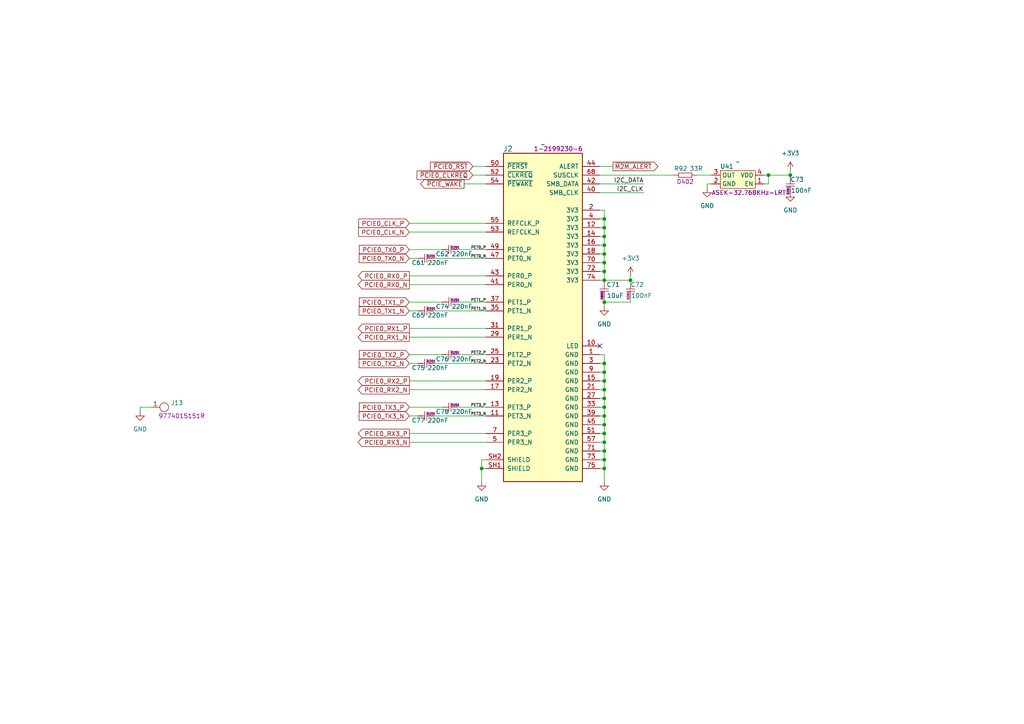
<source format=kicad_sch>
(kicad_sch (version 20230121) (generator eeschema)
  (paper "A4")
  (lib_symbols
    (symbol "antmicro_orin_baseboard:1-2199230-6" (pin_names (offset 1.016))
      (property "Reference" "J301" (at 0 72.39 0))
      (property "Value" "1-2199230-6" (at 0 68.58 0))
      (symbol "1-2199230-6_0_1"
        (rectangle (start -11.43 66.04) (end 11.43 -29.21) (stroke (width 0.254)) (fill (type background)))
        (pin passive line (at 16.51 7.62 180) (length 5.08) (name "GND") (number "1"))
        (pin passive line (at 16.51 10.16 180) (length 5.08) (name "LED") (number "10"))
        (pin passive line (at -16.51 -10.16 0) (length 5.08) (name "PET3_N") (number "11"))
        (pin passive line (at 16.51 44.45 180) (length 5.08) (name "3V3") (number "12"))
        (pin passive line (at -16.51 -7.62 0) (length 5.08) (name "PET3_P") (number "13"))
        (pin passive line (at 16.51 41.91 180) (length 5.08) (name "3V3") (number "14"))
        (pin passive line (at 16.51 0 180) (length 5.08) (name "GND") (number "15"))
        (pin passive line (at 16.51 39.37 180) (length 5.08) (name "3V3") (number "16"))
        (pin passive line (at -16.51 -2.54 0) (length 5.08) (name "PER2_N") (number "17"))
        (pin passive line (at 16.51 36.83 180) (length 5.08) (name "3V3") (number "18"))
        (pin passive line (at -16.51 0 0) (length 5.08) (name "PER2_P") (number "19"))
        (pin passive line (at 16.51 49.53 180) (length 5.08) (name "3V3") (number "2"))
        (pin no_connect line (at -11.43 50.8 0) (length 5.08) hide (name "NC") (number "20"))
        (pin passive line (at 16.51 -2.54 180) (length 5.08) (name "GND") (number "21"))
        (pin no_connect line (at -11.43 49.53 0) (length 5.08) hide (name "NC") (number "22"))
        (pin passive line (at -16.51 5.08 0) (length 5.08) (name "PET2_N") (number "23"))
        (pin no_connect line (at -11.43 52.07 0) (length 5.08) hide (name "NC") (number "24"))
        (pin passive line (at -16.51 7.62 0) (length 5.08) (name "PET2_P") (number "25"))
        (pin no_connect line (at 11.43 16.51 180) (length 5.08) hide (name "NC") (number "26"))
        (pin passive line (at 16.51 -5.08 180) (length 5.08) (name "GND") (number "27"))
        (pin no_connect line (at 11.43 17.78 180) (length 5.08) hide (name "NC") (number "28"))
        (pin passive line (at -16.51 12.7 0) (length 5.08) (name "PER1_N") (number "29"))
        (pin passive line (at 16.51 5.08 180) (length 5.08) (name "GND") (number "3"))
        (pin no_connect line (at 11.43 19.05 180) (length 5.08) hide (name "NC") (number "30"))
        (pin passive line (at -16.51 15.24 0) (length 5.08) (name "PER1_P") (number "31"))
        (pin no_connect line (at 11.43 20.32 180) (length 5.08) hide (name "NC") (number "32"))
        (pin passive line (at 16.51 -7.62 180) (length 5.08) (name "GND") (number "33"))
        (pin no_connect line (at 11.43 21.59 180) (length 5.08) hide (name "NC") (number "34"))
        (pin passive line (at -16.51 20.32 0) (length 5.08) (name "PET1_N") (number "35"))
        (pin no_connect line (at 11.43 22.86 180) (length 5.08) hide (name "NC") (number "36"))
        (pin passive line (at -16.51 22.86 0) (length 5.08) (name "PET1_P") (number "37"))
        (pin no_connect line (at 11.43 24.13 180) (length 5.08) hide (name "NC") (number "38"))
        (pin passive line (at 16.51 -10.16 180) (length 5.08) (name "GND") (number "39"))
        (pin passive line (at 16.51 46.99 180) (length 5.08) (name "3V3") (number "4"))
        (pin passive line (at 16.51 54.61 180) (length 5.08) (name "SMB_CLK") (number "40"))
        (pin passive line (at -16.51 27.94 0) (length 5.08) (name "PER0_N") (number "41"))
        (pin passive line (at 16.51 57.15 180) (length 5.08) (name "SMB_DATA") (number "42"))
        (pin passive line (at -16.51 30.48 0) (length 5.08) (name "PER0_P") (number "43"))
        (pin passive line (at 16.51 62.23 180) (length 5.08) (name "ALERT") (number "44"))
        (pin passive line (at 16.51 -12.7 180) (length 5.08) (name "GND") (number "45"))
        (pin no_connect line (at -11.43 40.64 0) (length 5.08) hide (name "NC") (number "46"))
        (pin passive line (at -16.51 35.56 0) (length 5.08) (name "PET0_N") (number "47"))
        (pin no_connect line (at -11.43 41.91 0) (length 5.08) hide (name "NC") (number "48"))
        (pin passive line (at -16.51 38.1 0) (length 5.08) (name "PET0_P") (number "49"))
        (pin passive line (at -16.51 -17.78 0) (length 5.08) (name "PER3_N") (number "5"))
        (pin passive line (at -16.51 62.23 0) (length 5.08) (name "~{PERST}") (number "50"))
        (pin passive line (at 16.51 -15.24 180) (length 5.08) (name "GND") (number "51"))
        (pin passive line (at -16.51 59.69 0) (length 5.08) (name "~{CLKREQ}") (number "52"))
        (pin passive line (at -16.51 43.18 0) (length 5.08) (name "REFCLK_N") (number "53"))
        (pin passive line (at -16.51 57.15 0) (length 5.08) (name "~{PEWAKE}") (number "54"))
        (pin passive line (at -16.51 45.72 0) (length 5.08) (name "REFCLK_P") (number "55"))
        (pin no_connect line (at -11.43 46.99 0) (length 5.08) hide (name "NC") (number "56"))
        (pin passive line (at 16.51 -17.78 180) (length 5.08) (name "GND") (number "57"))
        (pin no_connect line (at -11.43 48.26 0) (length 5.08) hide (name "NC") (number "58"))
        (pin no_connect line (at -11.43 33.02 0) (length 5.08) hide (name "NC") (number "6"))
        (pin no_connect line (at 11.43 25.4 180) (length 5.08) hide (name "NC") (number "67"))
        (pin passive line (at 16.51 59.69 180) (length 5.08) (name "SUSCLK") (number "68"))
        (pin no_connect line (at 11.43 26.67 180) (length 5.08) hide (name "NC") (number "69"))
        (pin passive line (at -16.51 -15.24 0) (length 5.08) (name "PER3_P") (number "7"))
        (pin passive line (at 16.51 34.29 180) (length 5.08) (name "3V3") (number "70"))
        (pin passive line (at 16.51 -20.32 180) (length 5.08) (name "GND") (number "71"))
        (pin passive line (at 16.51 31.75 180) (length 5.08) (name "3V3") (number "72"))
        (pin passive line (at 16.51 -22.86 180) (length 5.08) (name "GND") (number "73"))
        (pin passive line (at 16.51 29.21 180) (length 5.08) (name "3V3") (number "74"))
        (pin passive line (at 16.51 -25.4 180) (length 5.08) (name "GND") (number "75"))
        (pin no_connect line (at -11.43 34.29 0) (length 5.08) hide (name "NC") (number "8"))
        (pin passive line (at 16.51 2.54 180) (length 5.08) (name "GND") (number "9"))
        (pin passive line (at -16.51 -25.4 0) (length 5.08) (name "SHIELD") (number "SH1"))
        (pin passive line (at -16.51 -22.86 0) (length 5.08) (name "SHIELD") (number "SH2"))
      )
    )
    (symbol "power:+3V3" (power) (pin_names (offset 0))
      (property "Value" "+3V3" (at 0 3.556 0))
      (symbol "+3V3_0_1"
        (polyline (pts (xy -0.762 1.27) (xy 0 2.54)))
        (polyline (pts (xy 0 0) (xy 0 2.54)))
        (polyline (pts (xy 0 2.54) (xy 0.762 1.27)))
      )
      (symbol "+3V3_1_1"
        (pin power_in line (at 0 0 90) (length 0) hide (name "+3V3") (number "1"))
      )
    )
    (symbol "power:GND" (power) (pin_names (offset 0))
      (property "Value" "GND" (at 0 -3.81 0))
      (symbol "GND_0_1"
        (polyline (pts (xy 0 0) (xy 0 -1.27) (xy 1.27 -1.27) (xy 0 -2.54) (xy -1.27 -1.27) (xy 0 -1.27)))
      )
      (symbol "GND_1_1"
        (pin power_in line (at 0 0 270) (length 0) hide (name "GND") (number "1"))
      )
    )
    (symbol "the_backrooms:ASEK-32.768KHz-LRT"
      (property "Reference" "U" (at 0 0 0))
      (property "Value" "ASEK-32.768KHz-LRT" (at 0 0 0))
      (symbol "ASEK-32.768KHz-LRT_1_1"
        (rectangle (start 2.54 -1.27) (end 12.7 -6.35) (fill (type background)))
        (pin input line (at 0 -5.08 0) (length 2.54) (name "EN") (number "1"))
        (pin power_in line (at 15.24 -5.08 180) (length 2.54) (name "GND") (number "2"))
        (pin output line (at 15.24 -2.54 180) (length 2.54) (name "OUT") (number "3"))
        (pin power_in line (at 0 -2.54 0) (length 2.54) (name "VDD") (number "4"))
      )
    )
    (symbol "the_backrooms:cap_0201"
      (property "Reference" "C" (at -0.635 0 0))
      (property "Package/Case" "0201" (at -1.27 1.27 0))
      (symbol "cap_0201_0_1"
        (polyline (pts (xy 1.905 0) (xy 1.905 -1.27)))
        (polyline (pts (xy 2.54 1.27) (xy 2.54 -1.27)))
        (polyline (pts (xy 3.175 0) (xy 2.54 0)))
        (polyline (pts (xy 1.27 0) (xy 1.905 0) (xy 1.905 1.27)))
      )
      (symbol "cap_0201_1_1"
        (pin free line (at 0 0 0) (length 1.27) (name "") (number "1"))
        (pin free line (at 4.445 0 180) (length 1.27) (name "") (number "2"))
      )
    )
    (symbol "the_backrooms:cap_0805"
      (property "Reference" "C" (at 0 0 0))
      (property "Package/Case" "0805" (at 0 0 0))
      (symbol "cap_0805_0_1"
        (polyline (pts (xy 1.905 0) (xy 1.905 -1.27)))
        (polyline (pts (xy 2.54 1.27) (xy 2.54 -1.27)))
        (polyline (pts (xy 3.175 0) (xy 2.54 0)))
        (polyline (pts (xy 1.27 0) (xy 1.905 0) (xy 1.905 1.27)))
      )
      (symbol "cap_0805_1_1"
        (pin free line (at 0 0 0) (length 1.27) (name "") (number "1"))
        (pin free line (at 4.445 0 180) (length 1.27) (name "") (number "2"))
      )
    )
    (symbol "the_backrooms:m.2_mounting"
      (property "Reference" "J" (at 0 0 0))
      (property "Value" "m.2_mounting" (at 0 0 0))
      (symbol "m.2_mounting_0_1"
        (circle (center 1.27 0) (radius 1.27))
      )
      (symbol "m.2_mounting_1_1"
        (pin input line (at -2.54 0 0) (length 2.54) (name "GND") (number "1"))
      )
    )
    (symbol "the_backrooms:res_0402"
      (property "Reference" "R" (at 3.175 -1.905 0))
      (property "Package/Case" "0402" (at -3.175 1.905 0))
      (symbol "res_0402_0_1"
        (rectangle (start 1.27 0.635) (end 5.08 -0.635))
      )
      (symbol "res_0402_1_1"
        (pin free line (at 0 0 0) (length 1.27) (name "") (number "1"))
        (pin free line (at 6.35 0 180) (length 1.27) (name "") (number "2"))
      )
    )
  )
  (junction (at 175.26 73.66))
  (junction (at 175.26 115.57))
  (junction (at 175.26 71.12))
  (junction (at 175.26 76.2))
  (junction (at 182.88 81.28))
  (junction (at 175.26 130.81))
  (junction (at 175.26 68.58))
  (junction (at 175.26 125.73))
  (junction (at 175.26 133.35))
  (junction (at 175.26 107.95))
  (junction (at 175.26 105.41))
  (junction (at 222.885 50.8))
  (junction (at 175.26 118.11))
  (junction (at 175.26 78.74))
  (junction (at 175.26 81.28))
  (junction (at 175.26 128.27))
  (junction (at 175.26 135.89))
  (junction (at 229.235 50.8))
  (junction (at 175.26 63.5))
  (junction (at 175.26 123.19))
  (junction (at 175.26 110.49))
  (junction (at 139.7 135.89))
  (junction (at 175.26 120.65))
  (junction (at 175.26 87.63))
  (junction (at 175.26 113.03))
  (junction (at 175.26 66.04))
  (no_connect (at 173.99 100.33))
  (wire (pts (xy 175.26 105.41) (xy 175.26 107.95)))
  (wire (pts (xy 125.73 105.41) (xy 140.97 105.41)))
  (wire (pts (xy 173.99 48.26) (xy 177.8 48.26)))
  (wire (pts (xy 132.715 102.87) (xy 140.97 102.87)))
  (wire (pts (xy 175.26 81.28) (xy 182.88 81.28)))
  (wire (pts (xy 175.26 118.11) (xy 173.99 118.11)))
  (wire (pts (xy 175.26 120.65) (xy 173.99 120.65)))
  (wire (pts (xy 175.26 110.49) (xy 175.26 113.03)))
  (wire (pts (xy 118.745 67.31) (xy 140.97 67.31)))
  (wire (pts (xy 175.26 87.63) (xy 182.88 87.63)))
  (wire (pts (xy 175.26 115.57) (xy 175.26 118.11)))
  (wire (pts (xy 175.26 86.36) (xy 175.26 87.63)))
  (wire (pts (xy 175.26 115.57) (xy 173.99 115.57)))
  (wire (pts (xy 221.615 50.8) (xy 222.885 50.8)))
  (wire (pts (xy 125.73 74.93) (xy 140.97 74.93)))
  (wire (pts (xy 175.26 128.27) (xy 175.26 130.81)))
  (wire (pts (xy 175.26 128.27) (xy 173.99 128.27)))
  (wire (pts (xy 118.745 125.73) (xy 140.97 125.73)))
  (wire (pts (xy 175.26 78.74) (xy 175.26 81.28)))
  (wire (pts (xy 201.93 50.8) (xy 206.375 50.8)))
  (wire (pts (xy 175.26 110.49) (xy 173.99 110.49)))
  (wire (pts (xy 229.235 50.8) (xy 229.235 51.435)))
  (wire (pts (xy 206.375 53.34) (xy 205.105 53.34)))
  (wire (pts (xy 175.26 78.74) (xy 173.99 78.74)))
  (wire (pts (xy 40.64 118.11) (xy 40.64 119.38)))
  (wire (pts (xy 175.26 135.89) (xy 175.26 139.7)))
  (wire (pts (xy 118.745 105.41) (xy 121.285 105.41)))
  (wire (pts (xy 221.615 53.34) (xy 222.885 53.34)))
  (wire (pts (xy 175.26 130.81) (xy 175.26 133.35)))
  (wire (pts (xy 205.105 53.34) (xy 205.105 54.61)))
  (wire (pts (xy 175.26 113.03) (xy 175.26 115.57)))
  (wire (pts (xy 118.745 120.65) (xy 121.285 120.65)))
  (wire (pts (xy 222.885 53.34) (xy 222.885 50.8)))
  (wire (pts (xy 175.26 76.2) (xy 175.26 78.74)))
  (wire (pts (xy 175.26 130.81) (xy 173.99 130.81)))
  (wire (pts (xy 139.7 133.35) (xy 139.7 135.89)))
  (wire (pts (xy 118.745 72.39) (xy 128.27 72.39)))
  (wire (pts (xy 175.26 105.41) (xy 173.99 105.41)))
  (wire (pts (xy 175.26 87.63) (xy 175.26 88.9)))
  (wire (pts (xy 118.745 90.17) (xy 121.285 90.17)))
  (wire (pts (xy 132.715 118.11) (xy 140.97 118.11)))
  (wire (pts (xy 175.26 73.66) (xy 175.26 76.2)))
  (wire (pts (xy 175.26 125.73) (xy 175.26 128.27)))
  (wire (pts (xy 173.99 113.03) (xy 175.26 113.03)))
  (wire (pts (xy 132.715 72.39) (xy 140.97 72.39)))
  (wire (pts (xy 175.26 63.5) (xy 173.99 63.5)))
  (wire (pts (xy 182.88 87.63) (xy 182.88 86.36)))
  (wire (pts (xy 175.26 123.19) (xy 173.99 123.19)))
  (wire (pts (xy 175.26 71.12) (xy 173.99 71.12)))
  (wire (pts (xy 118.745 95.25) (xy 140.97 95.25)))
  (wire (pts (xy 175.26 81.28) (xy 173.99 81.28)))
  (wire (pts (xy 173.99 55.88) (xy 186.69 55.88)))
  (wire (pts (xy 139.7 135.89) (xy 140.97 135.89)))
  (wire (pts (xy 175.26 68.58) (xy 173.99 68.58)))
  (wire (pts (xy 118.745 80.01) (xy 140.97 80.01)))
  (wire (pts (xy 182.88 81.28) (xy 182.88 81.915)))
  (wire (pts (xy 134.62 53.34) (xy 140.97 53.34)))
  (wire (pts (xy 118.745 97.79) (xy 140.97 97.79)))
  (wire (pts (xy 118.745 74.93) (xy 121.285 74.93)))
  (wire (pts (xy 175.26 120.65) (xy 175.26 123.19)))
  (wire (pts (xy 173.99 50.8) (xy 195.58 50.8)))
  (wire (pts (xy 182.88 80.01) (xy 182.88 81.28)))
  (wire (pts (xy 175.26 81.915) (xy 175.26 81.28)))
  (wire (pts (xy 40.64 118.11) (xy 43.815 118.11)))
  (wire (pts (xy 118.745 128.27) (xy 140.97 128.27)))
  (wire (pts (xy 175.26 118.11) (xy 175.26 120.65)))
  (wire (pts (xy 175.26 66.04) (xy 175.26 68.58)))
  (wire (pts (xy 173.99 60.96) (xy 175.26 60.96)))
  (wire (pts (xy 175.26 102.87) (xy 175.26 105.41)))
  (wire (pts (xy 118.745 82.55) (xy 140.97 82.55)))
  (wire (pts (xy 118.745 102.87) (xy 128.27 102.87)))
  (wire (pts (xy 118.745 64.77) (xy 140.97 64.77)))
  (wire (pts (xy 125.73 120.65) (xy 140.97 120.65)))
  (wire (pts (xy 175.26 63.5) (xy 175.26 66.04)))
  (wire (pts (xy 137.16 50.8) (xy 140.97 50.8)))
  (wire (pts (xy 175.26 107.95) (xy 173.99 107.95)))
  (wire (pts (xy 229.235 50.8) (xy 229.235 49.53)))
  (wire (pts (xy 125.73 90.17) (xy 140.97 90.17)))
  (wire (pts (xy 222.885 50.8) (xy 229.235 50.8)))
  (wire (pts (xy 140.97 133.35) (xy 139.7 133.35)))
  (wire (pts (xy 173.99 102.87) (xy 175.26 102.87)))
  (wire (pts (xy 175.26 68.58) (xy 175.26 71.12)))
  (wire (pts (xy 175.26 73.66) (xy 173.99 73.66)))
  (wire (pts (xy 175.26 123.19) (xy 175.26 125.73)))
  (wire (pts (xy 118.745 113.03) (xy 140.97 113.03)))
  (wire (pts (xy 175.26 66.04) (xy 173.99 66.04)))
  (wire (pts (xy 175.26 135.89) (xy 173.99 135.89)))
  (wire (pts (xy 175.26 107.95) (xy 175.26 110.49)))
  (wire (pts (xy 175.26 76.2) (xy 173.99 76.2)))
  (wire (pts (xy 173.99 53.34) (xy 186.69 53.34)))
  (wire (pts (xy 139.7 135.89) (xy 139.7 139.7)))
  (wire (pts (xy 173.99 125.73) (xy 175.26 125.73)))
  (wire (pts (xy 175.26 60.96) (xy 175.26 63.5)))
  (wire (pts (xy 118.745 110.49) (xy 140.97 110.49)))
  (wire (pts (xy 137.16 48.26) (xy 140.97 48.26)))
  (wire (pts (xy 175.26 133.35) (xy 175.26 135.89)))
  (wire (pts (xy 175.26 71.12) (xy 175.26 73.66)))
  (wire (pts (xy 132.715 87.63) (xy 140.97 87.63)))
  (wire (pts (xy 175.26 133.35) (xy 173.99 133.35)))
  (wire (pts (xy 118.745 87.63) (xy 128.27 87.63)))
  (wire (pts (xy 118.745 118.11) (xy 128.27 118.11)))
  (label "PET3_N" (at 136.525 120.65 0) (effects (font (size 0.8 0.8))))
  (label "PET1_N" (at 136.525 90.17 0) (effects (font (size 0.8 0.8))))
  (label "PET0_N" (at 136.525 74.93 0) (effects (font (size 0.8 0.8))))
  (label "I2C_CLK" (at 186.69 55.88 180))
  (label "PET0_P" (at 136.525 72.39 0) (effects (font (size 0.8 0.8))))
  (label "I2C_DATA" (at 186.69 53.34 180))
  (label "PET3_P" (at 136.525 118.11 0) (effects (font (size 0.8 0.8))))
  (label "PET2_P" (at 136.525 102.87 0) (effects (font (size 0.8 0.8))))
  (label "PET2_N" (at 136.525 105.41 0) (effects (font (size 0.8 0.8))))
  (label "PET1_P" (at 136.525 87.63 0) (effects (font (size 0.8 0.8))))
  (global_label "PCIE0_TX3_N" (shape input) (at 118.745 120.65 180) (property "Intersheetrefs" "${INTERSHEET_REFS}" (at 103.6042 120.65 0) (effects (justify right))))
  (global_label "PCIE0_TX0_P" (shape input) (at 118.745 72.39 180) (property "Intersheetrefs" "${INTERSHEET_REFS}" (at 103.6647 72.39 0) (effects (justify right))))
  (global_label "PCIE0_RX3_P" (shape output) (at 118.745 125.73 180) (property "Intersheetrefs" "${INTERSHEET_REFS}" (at 103.3623 125.73 0) (effects (justify right))))
  (global_label "PCIE0_RX3_N" (shape output) (at 118.745 128.27 180) (property "Intersheetrefs" "${INTERSHEET_REFS}" (at 103.3018 128.27 0) (effects (justify right))))
  (global_label "PCIE0_TX1_P" (shape input) (at 118.745 87.63 180) (property "Intersheetrefs" "${INTERSHEET_REFS}" (at 103.6647 87.63 0) (effects (justify right))))
  (global_label "PCIE0_TX1_N" (shape input) (at 118.745 90.17 180) (property "Intersheetrefs" "${INTERSHEET_REFS}" (at 103.6042 90.17 0) (effects (justify right))))
  (global_label "~{PCIE0_CLKREQ}" (shape input) (at 137.16 50.8 180) (property "Intersheetrefs" "${INTERSHEET_REFS}" (at 120.3863 50.8 0) (effects (justify right))))
  (global_label "PCIE0_TX2_N" (shape input) (at 118.745 105.41 180) (property "Intersheetrefs" "${INTERSHEET_REFS}" (at 103.6042 105.41 0) (effects (justify right))))
  (global_label "~{M2M_ALERT}" (shape output) (at 177.8 48.26 0) (property "Intersheetrefs" "${INTERSHEET_REFS}" (at 191.3684 48.26 0) (effects (justify left))))
  (global_label "PCIE0_TX3_P" (shape input) (at 118.745 118.11 180) (property "Intersheetrefs" "${INTERSHEET_REFS}" (at 103.6647 118.11 0) (effects (justify right))))
  (global_label "PCIE0_RX1_P" (shape output) (at 118.745 95.25 180) (property "Intersheetrefs" "${INTERSHEET_REFS}" (at 103.3623 95.25 0) (effects (justify right))))
  (global_label "PCIE0_TX0_N" (shape input) (at 118.745 74.93 180) (property "Intersheetrefs" "${INTERSHEET_REFS}" (at 103.6042 74.93 0) (effects (justify right))))
  (global_label "PCIE0_RX1_N" (shape output) (at 118.745 97.79 180) (property "Intersheetrefs" "${INTERSHEET_REFS}" (at 103.3018 97.79 0) (effects (justify right))))
  (global_label "PCIE0_CLK_N" (shape input) (at 118.745 67.31 180) (property "Intersheetrefs" "${INTERSHEET_REFS}" (at 103.4227 67.31 0) (effects (justify right))))
  (global_label "~{PCIE0_RST}" (shape input) (at 137.16 48.26 180) (property "Intersheetrefs" "${INTERSHEET_REFS}" (at 124.2568 48.26 0) (effects (justify right))))
  (global_label "PCIE0_RX0_P" (shape output) (at 118.745 80.01 180) (property "Intersheetrefs" "${INTERSHEET_REFS}" (at 103.3623 80.01 0) (effects (justify right))))
  (global_label "PCIE0_TX2_P" (shape input) (at 118.745 102.87 180) (property "Intersheetrefs" "${INTERSHEET_REFS}" (at 103.6647 102.87 0) (effects (justify right))))
  (global_label "PCIE0_CLK_P" (shape input) (at 118.745 64.77 180) (property "Intersheetrefs" "${INTERSHEET_REFS}" (at 103.4832 64.77 0) (effects (justify right))))
  (global_label "PCIE0_RX0_N" (shape output) (at 118.745 82.55 180) (property "Intersheetrefs" "${INTERSHEET_REFS}" (at 103.3018 82.55 0) (effects (justify right))))
  (global_label "~{PCIE_WAKE}" (shape output) (at 134.62 53.34 180) (property "Intersheetrefs" "${INTERSHEET_REFS}" (at 121.4144 53.34 0) (effects (justify right))))
  (global_label "PCIE0_RX2_P" (shape output) (at 118.745 110.49 180) (property "Intersheetrefs" "${INTERSHEET_REFS}" (at 103.3623 110.49 0) (effects (justify right))))
  (global_label "PCIE0_RX2_N" (shape output) (at 118.745 113.03 180) (property "Intersheetrefs" "${INTERSHEET_REFS}" (at 103.3018 113.03 0) (effects (justify right))))
  (symbol (lib_id "the_backrooms:cap_0201") (at 132.715 118.11 180) (unit 1)
    (property "Reference" "C78" (at 126.365 119.38 0) (effects (justify right)))
    (property "Value" "220nF" (at 133.985 119.38 0))
    (property "Footprint" "the_backrooms:cap_0201" (effects hide))
    (property "Package/Case" "0201" (at 130.81 117.475 0) (effects (font (size 0.635 0.635)) (justify right)))
    (property "Mfr. No." "GRM033R61E224KE01J" (effects hide))
  )
  (symbol (lib_id "the_backrooms:cap_0201") (at 229.235 55.88 90) (unit 1)
    (property "Reference" "C73" (at 229.235 52.07 90) (effects (justify right)))
    (property "Value" "100nF" (at 232.41 55.245 90))
    (property "Footprint" "the_backrooms:cap_0201" (effects hide))
    (property "Package/Case" "0201" (at 228.6 53.975 0) (effects (font (size 0.635 0.635)) (justify right)))
    (property "Mfr. No." "GRM033R61E104KE14J" (effects hide))
  )
  (symbol (lib_id "the_backrooms:cap_0805") (at 175.26 86.36 90) (unit 1)
    (property "Reference" "C71" (at 175.895 82.55 90) (effects (justify right)))
    (property "Value" "10uF" (at 178.435 85.725 90))
    (property "Footprint" "the_backrooms:0805" (effects hide))
    (property "Package/Case" "0805" (at 174.625 84.455 0) (effects (font (size 0.635 0.635)) (justify right)))
    (property "Mfr. No." "GRM21BR71A106KA73K" (effects hide))
  )
  (symbol (lib_id "power:GND") (at 139.7 139.7 0) (unit 1)
    (property "Reference" "#PWR0146" (effects hide))
    (property "Value" "GND" (at 139.7 144.78 0))
  )
  (symbol (lib_id "the_backrooms:cap_0201") (at 125.73 90.17 180) (unit 1)
    (property "Reference" "C65" (at 119.38 91.44 0) (effects (justify right)))
    (property "Value" "220nF" (at 127 91.44 0))
    (property "Footprint" "the_backrooms:cap_0201" (effects hide))
    (property "Package/Case" "0201" (at 123.825 89.535 0) (effects (font (size 0.635 0.635)) (justify right)))
    (property "Mfr. No." "GRM033R61E224KE01J" (effects hide))
  )
  (symbol (lib_id "power:+3V3") (at 229.235 49.53 0) (unit 1)
    (property "Reference" "#PWR0152" (effects hide))
    (property "Value" "+3V3" (at 229.235 44.45 0))
  )
  (symbol (lib_id "the_backrooms:cap_0201") (at 182.88 86.36 90) (unit 1)
    (property "Reference" "C72" (at 182.88 82.55 90) (effects (justify right)))
    (property "Value" "100nF" (at 186.055 85.725 90))
    (property "Footprint" "the_backrooms:cap_0201" (effects hide))
    (property "Package/Case" "0201" (at 182.245 84.455 0) (effects (font (size 0.635 0.635)) (justify right)))
    (property "Mfr. No." "GRM033R61E104KE14J" (effects hide))
  )
  (symbol (lib_id "power:GND") (at 175.26 88.9 0) (unit 1)
    (property "Reference" "#PWR0147" (effects hide))
    (property "Value" "GND" (at 175.26 93.98 0))
  )
  (symbol (lib_id "the_backrooms:cap_0201") (at 132.715 87.63 180) (unit 1)
    (property "Reference" "C74" (at 126.365 88.9 0) (effects (justify right)))
    (property "Value" "220nF" (at 133.985 88.9 0))
    (property "Footprint" "the_backrooms:cap_0201" (effects hide))
    (property "Package/Case" "0201" (at 130.81 86.995 0) (effects (font (size 0.635 0.635)) (justify right)))
    (property "Mfr. No." "GRM033R61E224KE01J" (effects hide))
  )
  (symbol (lib_id "the_backrooms:m.2_mounting") (at 46.355 118.11 0) (unit 1)
    (property "Reference" "J13" (at 49.53 116.84 0) (effects (justify left)))
    (property "Footprint" "the_backrooms:m.2_mounting" (effects hide))
    (property "Datasheet" "https://katalog.we-online.com/em/datasheet/9774015151R.pdf" (effects hide))
    (property "Mfr. No." "9774015151R" (at 52.705 120.65 0))
    (property "Description" "Standoffs & Spacers WA-SMSI SMT Steel M2.5 Intrnl NonStop" (effects hide))
  )
  (symbol (lib_id "the_backrooms:ASEK-32.768KHz-LRT") (at 221.615 48.26 0) (mirror y) (unit 1)
    (property "Reference" "U41" (at 210.82 48.26 0))
    (property "Value" "~" (at 213.995 46.99 0))
    (property "Footprint" "the_backrooms:ASEK-32.768KHz-LRT" (effects hide))
    (property "Datasheet" "https://www.mouser.de/datasheet/2/3/ASEK-42216.pdf" (effects hide))
    (property "Mfr. No." "ASEK-32.768KHz-LRT" (at 217.17 55.88 0))
    (property "Package/Case" "3.2 mm x 2.5 mm" (effects hide))
    (property "Description" "Standard Clock Oscillators 32.768 KHZ 25PPM -40+85C" (effects hide))
  )
  (symbol (lib_id "power:GND") (at 205.105 54.61 0) (unit 1)
    (property "Reference" "#PWR0150" (effects hide))
    (property "Value" "GND" (at 205.105 59.69 0))
  )
  (symbol (lib_id "the_backrooms:cap_0201") (at 132.715 102.87 180) (unit 1)
    (property "Reference" "C76" (at 126.365 104.14 0) (effects (justify right)))
    (property "Value" "220nF" (at 133.985 104.14 0))
    (property "Footprint" "the_backrooms:cap_0201" (effects hide))
    (property "Package/Case" "0201" (at 130.81 102.235 0) (effects (font (size 0.635 0.635)) (justify right)))
    (property "Mfr. No." "GRM033R61E224KE01J" (effects hide))
  )
  (symbol (lib_id "antmicro_orin_baseboard:1-2199230-6") (at 157.48 110.49 0) (unit 1)
    (property "Reference" "J2" (at 147.32 43.18 0) (effects (font (size 1.524 1.524))))
    (property "Value" "~" (at 157.48 41.91 0) (effects (font (size 1.524 1.524))))
    (property "Footprint" "the_backrooms:1-2199230-6" (effects hide))
    (property "Datasheet" "https://www.mouser.de/datasheet/2/418/7/ENG_CD_2199230_B3-2029554.pdf" (effects hide))
    (property "Manufacturer" "TE" (effects hide))
    (property "MPN" "1-2199230-6" (effects hide))
    (property "Mfr. No." "1-2199230-6" (at 161.925 43.18 0))
    (property "Description" "PCI Express/PCI Connectors M.2 0.5PITCH 4.2H KEY M 30U AU" (effects hide))
  )
  (symbol (lib_id "the_backrooms:cap_0201") (at 125.73 74.93 180) (unit 1)
    (property "Reference" "C61" (at 119.38 76.2 0) (effects (justify right)))
    (property "Value" "220nF" (at 127 76.2 0))
    (property "Footprint" "the_backrooms:cap_0201" (effects hide))
    (property "Package/Case" "0201" (at 123.825 74.295 0) (effects (font (size 0.635 0.635)) (justify right)))
    (property "Mfr. No." "GRM033R61E224KE01J" (effects hide))
  )
  (symbol (lib_id "the_backrooms:cap_0201") (at 125.73 120.65 180) (unit 1)
    (property "Reference" "C77" (at 119.38 121.92 0) (effects (justify right)))
    (property "Value" "220nF" (at 127 121.92 0))
    (property "Footprint" "the_backrooms:cap_0201" (effects hide))
    (property "Package/Case" "0201" (at 123.825 120.015 0) (effects (font (size 0.635 0.635)) (justify right)))
    (property "Mfr. No." "GRM033R61E224KE01J" (effects hide))
  )
  (symbol (lib_id "power:GND") (at 40.64 119.38 0) (unit 1)
    (property "Reference" "#PWR0144" (effects hide))
    (property "Value" "GND" (at 40.64 124.46 0))
  )
  (symbol (lib_id "power:+3V3") (at 182.88 80.01 0) (unit 1)
    (property "Reference" "#PWR0148" (effects hide))
    (property "Value" "+3V3" (at 182.88 74.93 0))
  )
  (symbol (lib_id "power:GND") (at 229.235 55.88 0) (unit 1)
    (property "Reference" "#PWR0151" (effects hide))
    (property "Value" "GND" (at 229.235 60.96 0))
  )
  (symbol (lib_id "the_backrooms:res_0402") (at 195.58 50.8 0) (unit 1)
    (property "Reference" "R92" (at 199.39 48.895 0) (effects (justify right)))
    (property "Value" "33R" (at 201.93 48.895 0))
    (property "Footprint" "the_backrooms:0402_res" (effects hide))
    (property "Package/Case" "0402" (at 201.295 52.705 0) (effects (justify right)))
    (property "Mfr. No." "RC0402FR-0733RL" (effects hide))
    (property "Description" "33R 0402 62.5mW 1%" (effects hide))
  )
  (symbol (lib_id "power:GND") (at 175.26 139.7 0) (unit 1)
    (property "Reference" "#PWR0145" (effects hide))
    (property "Value" "GND" (at 175.26 144.78 0))
  )
  (symbol (lib_id "the_backrooms:cap_0201") (at 125.73 105.41 180) (unit 1)
    (property "Reference" "C75" (at 119.38 106.68 0) (effects (justify right)))
    (property "Value" "220nF" (at 127 106.68 0))
    (property "Footprint" "the_backrooms:cap_0201" (effects hide))
    (property "Package/Case" "0201" (at 123.825 104.775 0) (effects (font (size 0.635 0.635)) (justify right)))
    (property "Mfr. No." "GRM033R61E224KE01J" (effects hide))
  )
  (symbol (lib_id "the_backrooms:cap_0201") (at 132.715 72.39 180) (unit 1)
    (property "Reference" "C62" (at 126.365 73.66 0) (effects (justify right)))
    (property "Value" "220nF" (at 133.985 73.66 0))
    (property "Footprint" "the_backrooms:cap_0201" (effects hide))
    (property "Package/Case" "0201" (at 130.81 71.755 0) (effects (font (size 0.635 0.635)) (justify right)))
    (property "Mfr. No." "GRM033R61E224KE01J" (effects hide))
  )
)
</source>
